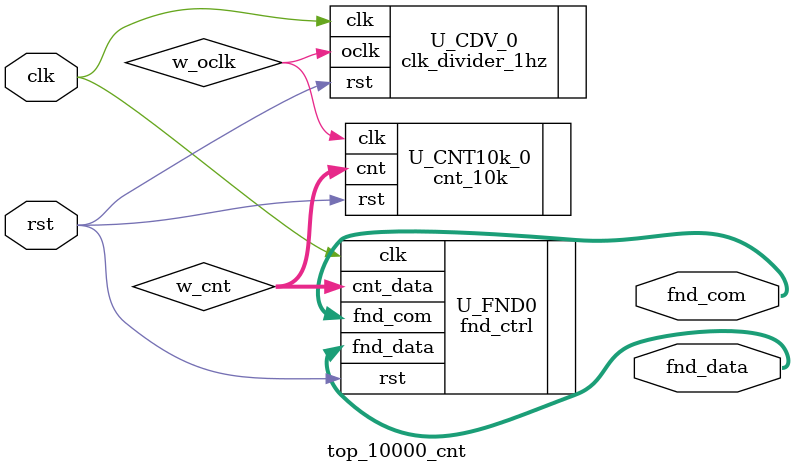
<source format=v>
`timescale 1ns / 1ps


module top_10000_cnt (
    input clk,
    input rst,

    output [7:0] fnd_data,
    output [3:0] fnd_com
);

    wire [13:0] w_cnt;
    wire w_oclk;

    clk_divider_1hz U_CDV_0(
    .clk(clk),
    .rst(rst),
    .oclk(w_oclk)
    );


    cnt_10k U_CNT10k_0 (
        .clk(w_oclk),
        //.clk(clk),
        .rst(rst),

        .cnt(w_cnt)
    );


    fnd_ctrl U_FND0 (
        .clk(clk),
        .rst(rst),
        .cnt_data(w_cnt),
        .fnd_data(fnd_data),
        .fnd_com(fnd_com)
    );
endmodule

</source>
